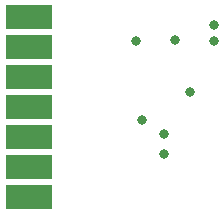
<source format=gbs>
G04 Layer_Color=8150272*
%FSLAX25Y25*%
%MOIN*%
G70*
G01*
G75*
%ADD21R,0.15800X0.08400*%
%ADD26C,0.03200*%
D21*
X112500Y315000D02*
D03*
Y305000D02*
D03*
Y295000D02*
D03*
Y285000D02*
D03*
Y275000D02*
D03*
Y265000D02*
D03*
Y255000D02*
D03*
D26*
X157500Y269500D02*
D03*
Y276000D02*
D03*
X161000Y307500D02*
D03*
X174000Y312500D02*
D03*
Y307000D02*
D03*
X148000D02*
D03*
X166000Y290000D02*
D03*
X150267Y280733D02*
D03*
M02*

</source>
